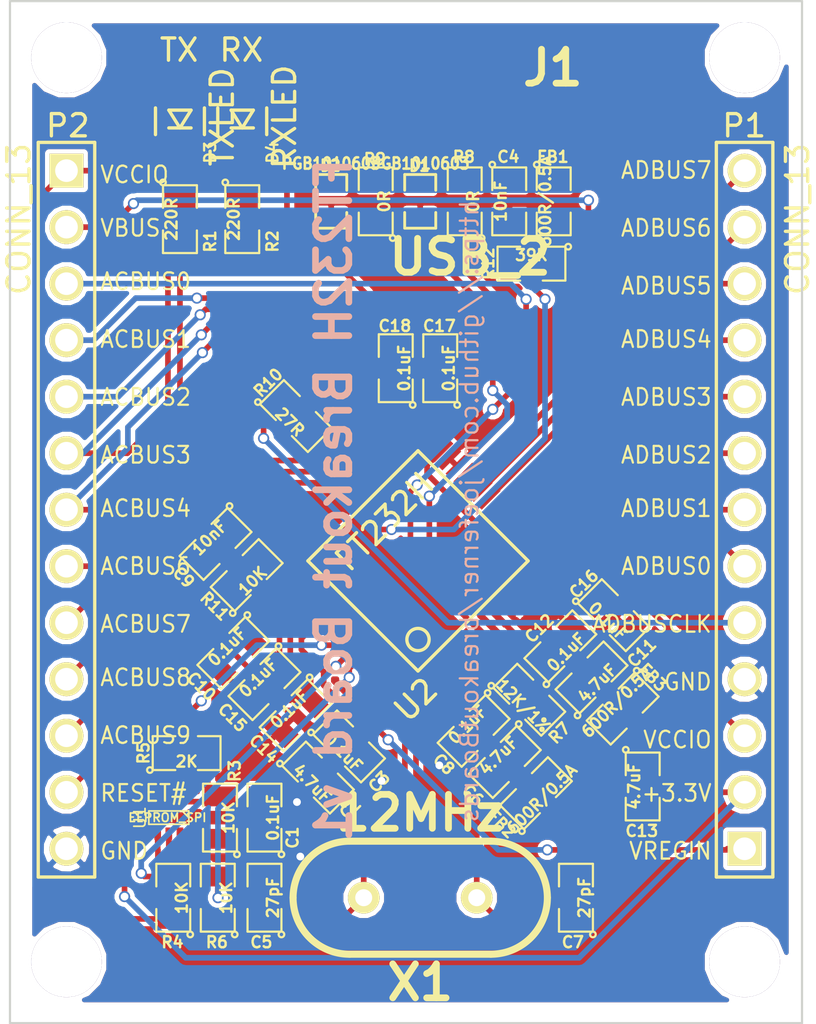
<source format=kicad_pcb>
(kicad_pcb (version 3) (host pcbnew "(2013-mar-13)-testing")
  (layers (15 F.Cu signal) (0 B.Cu signal) (18 B.Paste user) (19 F.Paste user) (20 B.SilkS user) (21 F.SilkS user) (22 B.Mask user) (23 F.Mask user) (28 Edge.Cuts user))
  (net 0 "")
  (net 1 +3.3V)
  (net 2 /ACBUS0)
  (net 3 /ACBUS1)
  (net 4 /ACBUS2)
  (net 5 /ACBUS6)
  (net 6 /ACBUS7)
  (net 7 /ACBUS8)
  (net 8 /ACBUS9)
  (net 9 /ADBUS0)
  (net 10 /ADBUS1)
  (net 11 /ADBUS2)
  (net 12 /ADBUS3)
  (net 13 /ADBUS4)
  (net 14 /ADBUS5)
  (net 15 /ADBUS6)
  (net 16 /ADBUS7)
  (net 17 /ADBUSCLK)
  (net 18 /RESET#)
  (net 19 /RXLED#)
  (net 20 /TXLED#)
  (net 21 /USBDM)
  (net 22 /USBDP)
  (net 23 GND)
  (net 24 N-000001)
  (net 25 N-0000010)
  (net 26 N-0000031)
  (net 27 N-0000037)
  (net 28 N-0000038)
  (net 29 N-0000039)
  (net 30 N-000004)
  (net 31 N-0000040)
  (net 32 N-0000041)
  (net 33 N-0000042)
  (net 34 N-0000043)
  (net 35 N-000005)
  (net 36 N-000008)
  (net 37 N-000009)
  (net 38 VBUS)
  (net 39 VCCIO)
  (net 40 VCORE)
  (net 41 VPHY)
  (net 42 VPLL)
  (net 43 VREGIN)
  (module USBMICRO (layer F.Cu) (at 117.78 103.048 180)
    (fp_text reference J1 (at -6.62 0.048 180) (layer F.SilkS) (effects (font (thickness 0.3048))))
    (fp_text value USB_2 (at -2.90068 -8.45058 180) (layer F.SilkS) (effects (font (thickness 0.3048))))
    (pad "" smd rect (at 3.2004 -2.3495 180) (size 1.6002 1.39954) (layers F.Cu F.Paste F.Mask))
    (pad "" smd rect (at 4.0005 0 180) (size 1.80086 1.89992) (layers F.Cu F.Paste F.Mask))
    (pad "" smd rect (at -4.0005 0 180) (size 1.80086 1.89992) (layers F.Cu F.Paste F.Mask))
    (pad "" smd rect (at 1.19888 0 180) (size 1.89992 1.89992) (layers F.Cu F.Paste F.Mask))
    (pad "" smd rect (at -1.19888 0 180) (size 1.89992 1.89992) (layers F.Cu F.Paste F.Mask))
    (pad "" smd rect (at -3.2004 -2.3495 180) (size 1.6002 1.39954) (layers F.Cu F.Paste F.Mask))
    (pad 1 smd rect (at -1.30048 -2.67462 180) (size 0.39878 1.34874) (layers F.Cu F.Paste F.Mask) (net 36 N-000008) (clearance 0.2032))
    (pad 2 smd rect (at -0.65024 -2.67462 180) (size 0.39878 1.34874) (layers F.Cu F.Paste F.Mask) (net 37 N-000009) (clearance 0.2032))
    (pad 3 smd rect (at 0 -2.67462 180) (size 0.39878 1.34874) (layers F.Cu F.Paste F.Mask) (net 25 N-0000010) (clearance 0.2032))
    (pad 4 smd rect (at 0.65024 -2.67462 180) (size 0.39878 1.34874) (layers F.Cu F.Paste F.Mask) (clearance 0.2032))
    (pad 5 smd rect (at 1.30048 -2.67462 180) (size 0.39878 1.34874) (layers F.Cu F.Paste F.Mask) (net 23 GND) (clearance 0.2032))
  )
  (module SOT363 (layer F.Cu) (at 107.14 136.7 180)
    (fp_text reference U1 (at 1.30048 0 270) (layer F.SilkS) (effects (font (size 0.508 0.508) (thickness 0.0762))))
    (fp_text value EEPROM_SPI (at 0.0635 0 180) (layer F.SilkS) (effects (font (size 0.381 0.381) (thickness 0.0762))))
    (pad 6 smd rect (at -0.50038 -0.71882 180) (size 0.29972 0.55118) (layers F.Cu F.Paste F.Mask) (net 39 VCCIO))
    (pad 5 smd rect (at 0 -0.71882 180) (size 0.29972 0.55118) (layers F.Cu F.Paste F.Mask) (net 31 N-0000040))
    (pad 4 smd rect (at 0.50038 -0.71882 180) (size 0.29972 0.55118) (layers F.Cu F.Paste F.Mask) (net 32 N-0000041))
    (pad 3 smd rect (at 0.50038 0.71882 180) (size 0.29972 0.55118) (layers F.Cu F.Paste F.Mask) (net 33 N-0000042))
    (pad 2 smd rect (at 0 0.71882 180) (size 0.29972 0.55118) (layers F.Cu F.Paste F.Mask) (net 23 GND))
    (pad 1 smd rect (at -0.50038 0.71882 180) (size 0.29972 0.55118) (layers F.Cu F.Paste F.Mask) (net 34 N-0000043))
  )
  (module SM0805 (layer F.Cu) (at 124.74 129 45)
    (fp_text reference C12 (at -0.098995 -1.230366 45) (layer F.SilkS) (effects (font (size 0.50038 0.50038) (thickness 0.10922))))
    (fp_text value 0.1uF (at 0 0.381 45) (layer F.SilkS) (effects (font (size 0.50038 0.50038) (thickness 0.10922))))
    (pad 1 smd rect (at -0.9525 0 45) (size 0.889 1.397) (layers F.Cu F.Paste F.Mask) (net 42 VPLL))
    (pad 2 smd rect (at 0.9525 0 45) (size 0.889 1.397) (layers F.Cu F.Paste F.Mask) (net 23 GND))
  )
  (module SM0805 (layer F.Cu) (at 128.44 135.3 270)
    (fp_text reference C13 (at 2 0.04 360) (layer F.SilkS) (effects (font (size 0.50038 0.50038) (thickness 0.10922))))
    (fp_text value 4.7uF (at 0 0.381 270) (layer F.SilkS) (effects (font (size 0.50038 0.50038) (thickness 0.10922))))
    (pad 1 smd rect (at -0.9525 0 270) (size 0.889 1.397) (layers F.Cu F.Paste F.Mask) (net 1 +3.3V))
    (pad 2 smd rect (at 0.9525 0 270) (size 0.889 1.397) (layers F.Cu F.Paste F.Mask) (net 23 GND))
  )
  (module SM0805 (layer F.Cu) (at 112.84 132.1 225)
    (fp_text reference C14 (at 2.078894 -0.042426 315) (layer F.SilkS) (effects (font (size 0.50038 0.50038) (thickness 0.10922))))
    (fp_text value 0.1uF (at 0 0.381 225) (layer F.SilkS) (effects (font (size 0.50038 0.50038) (thickness 0.10922))))
    (pad 1 smd rect (at -0.9525 0 225) (size 0.889 1.397) (layers F.Cu F.Paste F.Mask) (net 1 +3.3V))
    (pad 2 smd rect (at 0.9525 0 225) (size 0.889 1.397) (layers F.Cu F.Paste F.Mask) (net 23 GND))
  )
  (module SM0805 (layer F.Cu) (at 111.44 130.7 225)
    (fp_text reference C15 (at 2.078894 -0.042426 315) (layer F.SilkS) (effects (font (size 0.50038 0.50038) (thickness 0.10922))))
    (fp_text value 0.1uF (at 0 0.381 225) (layer F.SilkS) (effects (font (size 0.50038 0.50038) (thickness 0.10922))))
    (pad 1 smd rect (at -0.9525 0 225) (size 0.889 1.397) (layers F.Cu F.Paste F.Mask) (net 40 VCORE))
    (pad 2 smd rect (at 0.9525 0 225) (size 0.889 1.397) (layers F.Cu F.Paste F.Mask) (net 23 GND))
  )
  (module SM0805 (layer F.Cu) (at 127.14 127.6 315)
    (fp_text reference C16 (at -1.937473 -0.042426 405) (layer F.SilkS) (effects (font (size 0.50038 0.50038) (thickness 0.10922))))
    (fp_text value 0.1uF (at 0 0.381 315) (layer F.SilkS) (effects (font (size 0.50038 0.50038) (thickness 0.10922))))
    (pad 1 smd rect (at -0.9525 0 315) (size 0.889 1.397) (layers F.Cu F.Paste F.Mask) (net 39 VCCIO))
    (pad 2 smd rect (at 0.9525 0 315) (size 0.889 1.397) (layers F.Cu F.Paste F.Mask) (net 23 GND))
  )
  (module SM0805 (layer F.Cu) (at 119.34 116.5 90)
    (fp_text reference C17 (at 1.9 -0.04 180) (layer F.SilkS) (effects (font (size 0.50038 0.50038) (thickness 0.10922))))
    (fp_text value 0.1uF (at 0 0.381 90) (layer F.SilkS) (effects (font (size 0.50038 0.50038) (thickness 0.10922))))
    (pad 1 smd rect (at -0.9525 0 90) (size 0.889 1.397) (layers F.Cu F.Paste F.Mask) (net 39 VCCIO))
    (pad 2 smd rect (at 0.9525 0 90) (size 0.889 1.397) (layers F.Cu F.Paste F.Mask) (net 23 GND))
  )
  (module SM0805 (layer F.Cu) (at 117.34 116.5 90)
    (fp_text reference C18 (at 1.9 -0.04 180) (layer F.SilkS) (effects (font (size 0.50038 0.50038) (thickness 0.10922))))
    (fp_text value 0.1uF (at 0 0.381 90) (layer F.SilkS) (effects (font (size 0.50038 0.50038) (thickness 0.10922))))
    (pad 1 smd rect (at -0.9525 0 90) (size 0.889 1.397) (layers F.Cu F.Paste F.Mask) (net 39 VCCIO))
    (pad 2 smd rect (at 0.9525 0 90) (size 0.889 1.397) (layers F.Cu F.Paste F.Mask) (net 23 GND))
  )
  (module SM0805 (layer F.Cu) (at 123.34 131.4 315)
    (fp_text reference R7 (at 2.022325 0.098995 405) (layer F.SilkS) (effects (font (size 0.50038 0.50038) (thickness 0.10922))))
    (fp_text value 12K/1% (at 0 0.381 315) (layer F.SilkS) (effects (font (size 0.50038 0.50038) (thickness 0.10922))))
    (pad 1 smd rect (at -0.9525 0 315) (size 0.889 1.397) (layers F.Cu F.Paste F.Mask) (net 26 N-0000031))
    (pad 2 smd rect (at 0.9525 0 315) (size 0.889 1.397) (layers F.Cu F.Paste F.Mask) (net 23 GND))
  )
  (module SM0805 (layer F.Cu) (at 120.44 109 90)
    (fp_text reference R8 (at 2 -0.04 180) (layer F.SilkS) (effects (font (size 0.50038 0.50038) (thickness 0.10922))))
    (fp_text value 0R (at 0 0.381 90) (layer F.SilkS) (effects (font (size 0.50038 0.50038) (thickness 0.10922))))
    (pad 1 smd rect (at -0.9525 0 90) (size 0.889 1.397) (layers F.Cu F.Paste F.Mask) (net 21 /USBDM))
    (pad 2 smd rect (at 0.9525 0 90) (size 0.889 1.397) (layers F.Cu F.Paste F.Mask) (net 37 N-000009))
  )
  (module SM0805 (layer F.Cu) (at 116.44 109 90)
    (fp_text reference R9 (at 1.9 -0.04 180) (layer F.SilkS) (effects (font (size 0.50038 0.50038) (thickness 0.10922))))
    (fp_text value 0R (at 0 0.381 90) (layer F.SilkS) (effects (font (size 0.50038 0.50038) (thickness 0.10922))))
    (pad 1 smd rect (at -0.9525 0 90) (size 0.889 1.397) (layers F.Cu F.Paste F.Mask) (net 22 /USBDP))
    (pad 2 smd rect (at 0.9525 0 90) (size 0.889 1.397) (layers F.Cu F.Paste F.Mask) (net 25 N-0000010))
  )
  (module SM0805 (layer F.Cu) (at 109.34 140.3 90)
    (fp_text reference R6 (at -2 -0.04 180) (layer F.SilkS) (effects (font (size 0.50038 0.50038) (thickness 0.10922))))
    (fp_text value 10K (at 0 0.381 90) (layer F.SilkS) (effects (font (size 0.50038 0.50038) (thickness 0.10922))))
    (pad 1 smd rect (at -0.9525 0 90) (size 0.889 1.397) (layers F.Cu F.Paste F.Mask) (net 39 VCCIO))
    (pad 2 smd rect (at 0.9525 0 90) (size 0.889 1.397) (layers F.Cu F.Paste F.Mask) (net 31 N-0000040))
  )
  (module SM0805 (layer F.Cu) (at 107.34 140.3 90)
    (fp_text reference R4 (at -2 -0.04 180) (layer F.SilkS) (effects (font (size 0.50038 0.50038) (thickness 0.10922))))
    (fp_text value 10K (at 0 0.381 90) (layer F.SilkS) (effects (font (size 0.50038 0.50038) (thickness 0.10922))))
    (pad 1 smd rect (at -0.9525 0 90) (size 0.889 1.397) (layers F.Cu F.Paste F.Mask) (net 39 VCCIO))
    (pad 2 smd rect (at 0.9525 0 90) (size 0.889 1.397) (layers F.Cu F.Paste F.Mask) (net 32 N-0000041))
  )
  (module SM0805 (layer F.Cu) (at 109.44 136.7 90)
    (fp_text reference R3 (at 2.1 0.66 270) (layer F.SilkS) (effects (font (size 0.50038 0.50038) (thickness 0.10922))))
    (fp_text value 10K (at 0 0.381 90) (layer F.SilkS) (effects (font (size 0.50038 0.50038) (thickness 0.10922))))
    (pad 1 smd rect (at -0.9525 0 90) (size 0.889 1.397) (layers F.Cu F.Paste F.Mask) (net 39 VCCIO))
    (pad 2 smd rect (at 0.9525 0 90) (size 0.889 1.397) (layers F.Cu F.Paste F.Mask) (net 34 N-0000043))
  )
  (module SM0805 (layer F.Cu) (at 107.94 133.8)
    (fp_text reference R5 (at -1.94 0 90) (layer F.SilkS) (effects (font (size 0.50038 0.50038) (thickness 0.10922))))
    (fp_text value 2K (at 0 0.381) (layer F.SilkS) (effects (font (size 0.50038 0.50038) (thickness 0.10922))))
    (pad 1 smd rect (at -0.9525 0) (size 0.889 1.397) (layers F.Cu F.Paste F.Mask) (net 33 N-0000042))
    (pad 2 smd rect (at 0.9525 0) (size 0.889 1.397) (layers F.Cu F.Paste F.Mask) (net 34 N-0000043))
  )
  (module SM0805 (layer F.Cu) (at 107.64 109.8 270)
    (fp_text reference R1 (at 1 -1.36 450) (layer F.SilkS) (effects (font (size 0.50038 0.50038) (thickness 0.10922))))
    (fp_text value 220R (at 0 0.381 270) (layer F.SilkS) (effects (font (size 0.50038 0.50038) (thickness 0.10922))))
    (pad 1 smd rect (at -0.9525 0 270) (size 0.889 1.397) (layers F.Cu F.Paste F.Mask) (net 35 N-000005))
    (pad 2 smd rect (at 0.9525 0 270) (size 0.889 1.397) (layers F.Cu F.Paste F.Mask) (net 20 /TXLED#))
  )
  (module SM0805 (layer F.Cu) (at 110.44 109.8 270)
    (fp_text reference R2 (at 1 -1.36 450) (layer F.SilkS) (effects (font (size 0.50038 0.50038) (thickness 0.10922))))
    (fp_text value 220R (at 0 0.381 270) (layer F.SilkS) (effects (font (size 0.50038 0.50038) (thickness 0.10922))))
    (pad 1 smd rect (at -0.9525 0 270) (size 0.889 1.397) (layers F.Cu F.Paste F.Mask) (net 30 N-000004))
    (pad 2 smd rect (at 0.9525 0 270) (size 0.889 1.397) (layers F.Cu F.Paste F.Mask) (net 19 /RXLED#))
  )
  (module SM0805 (layer F.Cu) (at 110.64 125.8 45)
    (fp_text reference R11 (at -2.008183 -0.028284 135) (layer F.SilkS) (effects (font (size 0.50038 0.50038) (thickness 0.10922))))
    (fp_text value 10K (at 0 0.381 45) (layer F.SilkS) (effects (font (size 0.50038 0.50038) (thickness 0.10922))))
    (pad 1 smd rect (at -0.9525 0 45) (size 0.889 1.397) (layers F.Cu F.Paste F.Mask) (net 1 +3.3V))
    (pad 2 smd rect (at 0.9525 0 45) (size 0.889 1.397) (layers F.Cu F.Paste F.Mask) (net 18 /RESET#))
  )
  (module SM0805 (layer F.Cu) (at 123.44 111.8 180)
    (fp_text reference R12 (at 1.94 0 270) (layer F.SilkS) (effects (font (size 0.50038 0.50038) (thickness 0.10922))))
    (fp_text value 39K (at 0 0.381 180) (layer F.SilkS) (effects (font (size 0.50038 0.50038) (thickness 0.10922))))
    (pad 1 smd rect (at -0.9525 0 180) (size 0.889 1.397) (layers F.Cu F.Paste F.Mask) (net 38 VBUS))
    (pad 2 smd rect (at 0.9525 0 180) (size 0.889 1.397) (layers F.Cu F.Paste F.Mask) (net 6 /ACBUS7))
  )
  (module SM0805 (layer F.Cu) (at 112.85 118.65 315)
    (fp_text reference R10 (at -1.937473 -0.183848 405) (layer F.SilkS) (effects (font (size 0.50038 0.50038) (thickness 0.10922))))
    (fp_text value 27R (at 0 0.381 315) (layer F.SilkS) (effects (font (size 0.50038 0.50038) (thickness 0.10922))))
    (pad 1 smd rect (at -0.9525 0 315) (size 0.889 1.397) (layers F.Cu F.Paste F.Mask) (net 17 /ADBUSCLK))
    (pad 2 smd rect (at 0.9525 0 315) (size 0.889 1.397) (layers F.Cu F.Paste F.Mask) (net 24 N-000001))
  )
  (module SM0805 (layer F.Cu) (at 126.14 130.4 45)
    (fp_text reference C11 (at 2.375879 0.820244 45) (layer F.SilkS) (effects (font (size 0.50038 0.50038) (thickness 0.10922))))
    (fp_text value 4.7uF (at 0 0.381 45) (layer F.SilkS) (effects (font (size 0.50038 0.50038) (thickness 0.10922))))
    (pad 1 smd rect (at -0.9525 0 45) (size 0.889 1.397) (layers F.Cu F.Paste F.Mask) (net 42 VPLL))
    (pad 2 smd rect (at 0.9525 0 45) (size 0.889 1.397) (layers F.Cu F.Paste F.Mask) (net 23 GND))
  )
  (module SM0805 (layer F.Cu) (at 110.04 129.3 225)
    (fp_text reference C10 (at 2.078894 -0.042426 315) (layer F.SilkS) (effects (font (size 0.50038 0.50038) (thickness 0.10922))))
    (fp_text value 0.1uF (at 0 0.381 225) (layer F.SilkS) (effects (font (size 0.50038 0.50038) (thickness 0.10922))))
    (pad 1 smd rect (at -0.9525 0 225) (size 0.889 1.397) (layers F.Cu F.Paste F.Mask) (net 27 N-0000037))
    (pad 2 smd rect (at 0.9525 0 225) (size 0.889 1.397) (layers F.Cu F.Paste F.Mask) (net 23 GND))
  )
  (module SM0805 (layer F.Cu) (at 109.24 124.4 225)
    (fp_text reference C9 (at 2.078894 -0.042426 495) (layer F.SilkS) (effects (font (size 0.50038 0.50038) (thickness 0.10922))))
    (fp_text value 10nF (at 0 0.381 225) (layer F.SilkS) (effects (font (size 0.50038 0.50038) (thickness 0.10922))))
    (pad 1 smd rect (at -0.9525 0 225) (size 0.889 1.397) (layers F.Cu F.Paste F.Mask) (net 18 /RESET#))
    (pad 2 smd rect (at 0.9525 0 225) (size 0.889 1.397) (layers F.Cu F.Paste F.Mask) (net 23 GND))
  )
  (module SM0805 (layer F.Cu) (at 125.44 140.3 90)
    (fp_text reference C7 (at -2 -0.14 180) (layer F.SilkS) (effects (font (size 0.50038 0.50038) (thickness 0.10922))))
    (fp_text value 27pF (at 0 0.381 90) (layer F.SilkS) (effects (font (size 0.50038 0.50038) (thickness 0.10922))))
    (pad 1 smd rect (at -0.9525 0 90) (size 0.889 1.397) (layers F.Cu F.Paste F.Mask) (net 29 N-0000039))
    (pad 2 smd rect (at 0.9525 0 90) (size 0.889 1.397) (layers F.Cu F.Paste F.Mask) (net 23 GND))
  )
  (module SM0805 (layer F.Cu) (at 111.44 140.3 90)
    (fp_text reference C5 (at -2 -0.14 180) (layer F.SilkS) (effects (font (size 0.50038 0.50038) (thickness 0.10922))))
    (fp_text value 27pF (at 0 0.381 90) (layer F.SilkS) (effects (font (size 0.50038 0.50038) (thickness 0.10922))))
    (pad 1 smd rect (at -0.9525 0 90) (size 0.889 1.397) (layers F.Cu F.Paste F.Mask) (net 28 N-0000038))
    (pad 2 smd rect (at 0.9525 0 90) (size 0.889 1.397) (layers F.Cu F.Paste F.Mask) (net 23 GND))
  )
  (module SM0805 (layer F.Cu) (at 111.44 136.7 90)
    (fp_text reference C1 (at -0.9 1.26 90) (layer F.SilkS) (effects (font (size 0.50038 0.50038) (thickness 0.10922))))
    (fp_text value 0.1uF (at 0 0.381 90) (layer F.SilkS) (effects (font (size 0.50038 0.50038) (thickness 0.10922))))
    (pad 1 smd rect (at -0.9525 0 90) (size 0.889 1.397) (layers F.Cu F.Paste F.Mask) (net 39 VCCIO))
    (pad 2 smd rect (at 0.9525 0 90) (size 0.889 1.397) (layers F.Cu F.Paste F.Mask) (net 23 GND))
  )
  (module SM0805 (layer F.Cu) (at 122.44 109 270)
    (fp_text reference C4 (at -2 0.04 360) (layer F.SilkS) (effects (font (size 0.50038 0.50038) (thickness 0.10922))))
    (fp_text value 10nF (at 0 0.381 270) (layer F.SilkS) (effects (font (size 0.50038 0.50038) (thickness 0.10922))))
    (pad 1 smd rect (at -0.9525 0 270) (size 0.889 1.397) (layers F.Cu F.Paste F.Mask) (net 36 N-000008))
    (pad 2 smd rect (at 0.9525 0 270) (size 0.889 1.397) (layers F.Cu F.Paste F.Mask) (net 23 GND))
  )
  (module SM0805 (layer F.Cu) (at 115.24 133.5 315)
    (fp_text reference C3 (at 2.093036 0.169706 405) (layer F.SilkS) (effects (font (size 0.50038 0.50038) (thickness 0.10922))))
    (fp_text value 0.1uF (at 0 0.381 315) (layer F.SilkS) (effects (font (size 0.50038 0.50038) (thickness 0.10922))))
    (pad 1 smd rect (at -0.9525 0 315) (size 0.889 1.397) (layers F.Cu F.Paste F.Mask) (net 43 VREGIN))
    (pad 2 smd rect (at 0.9525 0 315) (size 0.889 1.397) (layers F.Cu F.Paste F.Mask) (net 23 GND))
  )
  (module SM0805 (layer F.Cu) (at 120.84 132.8 225)
    (fp_text reference C8 (at 2.008183 -0.113137 315) (layer F.SilkS) (effects (font (size 0.50038 0.50038) (thickness 0.10922))))
    (fp_text value 0.1uF (at 0 0.381 225) (layer F.SilkS) (effects (font (size 0.50038 0.50038) (thickness 0.10922))))
    (pad 1 smd rect (at -0.9525 0 225) (size 0.889 1.397) (layers F.Cu F.Paste F.Mask) (net 41 VPHY))
    (pad 2 smd rect (at 0.9525 0 225) (size 0.889 1.397) (layers F.Cu F.Paste F.Mask) (net 23 GND))
  )
  (module SM0805 (layer F.Cu) (at 122.24 134.2 225)
    (fp_text reference C6 (at 2.078894 -0.042426 315) (layer F.SilkS) (effects (font (size 0.50038 0.50038) (thickness 0.10922))))
    (fp_text value 4.7uF (at 0 0.381 225) (layer F.SilkS) (effects (font (size 0.50038 0.50038) (thickness 0.10922))))
    (pad 1 smd rect (at -0.9525 0 225) (size 0.889 1.397) (layers F.Cu F.Paste F.Mask) (net 41 VPHY))
    (pad 2 smd rect (at 0.9525 0 225) (size 0.889 1.397) (layers F.Cu F.Paste F.Mask) (net 23 GND))
  )
  (module SM0805 (layer F.Cu) (at 113.84 134.9 315)
    (fp_text reference C2 (at 2.022325 -0.042426 405) (layer F.SilkS) (effects (font (size 0.50038 0.50038) (thickness 0.10922))))
    (fp_text value 4.7uF (at 0 0.381 315) (layer F.SilkS) (effects (font (size 0.50038 0.50038) (thickness 0.10922))))
    (pad 1 smd rect (at -0.9525 0 315) (size 0.889 1.397) (layers F.Cu F.Paste F.Mask) (net 43 VREGIN))
    (pad 2 smd rect (at 0.9525 0 315) (size 0.889 1.397) (layers F.Cu F.Paste F.Mask) (net 23 GND))
  )
  (module QFP48 (layer F.Cu) (at 118.34 125.16 45)
    (fp_text reference U2 (at -4.483057 4.341636 45) (layer F.SilkS))
    (fp_text value FT232H (at 0.183848 -2.305168 45) (layer F.SilkS))
    (pad 1 smd rect (at -2.75 4.25 45) (size 0.3 1.2) (layers F.Cu F.Paste F.Mask) (net 28 N-0000038))
    (pad 2 smd rect (at -2.25 4.25 45) (size 0.3 1.2) (layers F.Cu F.Paste F.Mask) (net 29 N-0000039))
    (pad 3 smd rect (at -1.75 4.25 45) (size 0.3 1.2) (layers F.Cu F.Paste F.Mask) (net 41 VPHY))
    (pad 4 smd rect (at -1.25 4.25 45) (size 0.3 1.2) (layers F.Cu F.Paste F.Mask) (net 23 GND))
    (pad 5 smd rect (at -0.75 4.25 45) (size 0.3 1.2) (layers F.Cu F.Paste F.Mask) (net 26 N-0000031))
    (pad 6 smd rect (at -0.25 4.25 45) (size 0.3 1.2) (layers F.Cu F.Paste F.Mask) (net 21 /USBDM))
    (pad 7 smd rect (at 0.25 4.25 45) (size 0.3 1.2) (layers F.Cu F.Paste F.Mask) (net 22 /USBDP))
    (pad 8 smd rect (at 0.75 4.25 45) (size 0.3 1.2) (layers F.Cu F.Paste F.Mask) (net 42 VPLL))
    (pad 9 smd rect (at 1.25 4.25 45) (size 0.3 1.2) (layers F.Cu F.Paste F.Mask) (net 23 GND))
    (pad 10 smd rect (at 1.75 4.25 45) (size 0.3 1.2) (layers F.Cu F.Paste F.Mask) (net 23 GND))
    (pad 11 smd rect (at 2.25 4.25 45) (size 0.3 1.2) (layers F.Cu F.Paste F.Mask) (net 23 GND))
    (pad 12 smd rect (at 2.75 4.25 45) (size 0.3 1.2) (layers F.Cu F.Paste F.Mask) (net 39 VCCIO))
    (pad 13 smd rect (at 4.25 2.75 45) (size 1.2 0.3) (layers F.Cu F.Paste F.Mask) (net 9 /ADBUS0))
    (pad 14 smd rect (at 4.25 2.25 45) (size 1.2 0.3) (layers F.Cu F.Paste F.Mask) (net 10 /ADBUS1))
    (pad 15 smd rect (at 4.25 1.75 45) (size 1.2 0.3) (layers F.Cu F.Paste F.Mask) (net 11 /ADBUS2))
    (pad 16 smd rect (at 4.25 1.25 45) (size 1.2 0.3) (layers F.Cu F.Paste F.Mask) (net 12 /ADBUS3))
    (pad 17 smd rect (at 4.25 0.75 45) (size 1.2 0.3) (layers F.Cu F.Paste F.Mask) (net 13 /ADBUS4))
    (pad 18 smd rect (at 4.25 0.25 45) (size 1.2 0.3) (layers F.Cu F.Paste F.Mask) (net 14 /ADBUS5))
    (pad 19 smd rect (at 4.25 -0.25 45) (size 1.2 0.3) (layers F.Cu F.Paste F.Mask) (net 15 /ADBUS6))
    (pad 20 smd rect (at 4.25 -0.75 45) (size 1.2 0.3) (layers F.Cu F.Paste F.Mask) (net 16 /ADBUS7))
    (pad 21 smd rect (at 4.25 -1.25 45) (size 1.2 0.3) (layers F.Cu F.Paste F.Mask) (net 2 /ACBUS0))
    (pad 22 smd rect (at 4.25 -1.75 45) (size 1.2 0.3) (layers F.Cu F.Paste F.Mask) (net 23 GND))
    (pad 23 smd rect (at 4.25 -2.25 45) (size 1.2 0.3) (layers F.Cu F.Paste F.Mask) (net 23 GND))
    (pad 24 smd rect (at 4.25 -2.75 45) (size 1.2 0.3) (layers F.Cu F.Paste F.Mask) (net 39 VCCIO))
    (pad 25 smd rect (at 2.75 -4.25 45) (size 0.3 1.2) (layers F.Cu F.Paste F.Mask) (net 3 /ACBUS1))
    (pad 26 smd rect (at 2.25 -4.25 45) (size 0.3 1.2) (layers F.Cu F.Paste F.Mask) (net 4 /ACBUS2))
    (pad 27 smd rect (at 1.75 -4.25 45) (size 0.3 1.2) (layers F.Cu F.Paste F.Mask) (net 19 /RXLED#))
    (pad 28 smd rect (at 1.25 -4.25 45) (size 0.3 1.2) (layers F.Cu F.Paste F.Mask) (net 20 /TXLED#))
    (pad 29 smd rect (at 0.75 -4.25 45) (size 0.3 1.2) (layers F.Cu F.Paste F.Mask) (net 24 N-000001))
    (pad 30 smd rect (at 0.25 -4.25 45) (size 0.3 1.2) (layers F.Cu F.Paste F.Mask) (net 5 /ACBUS6))
    (pad 31 smd rect (at -0.25 -4.25 45) (size 0.3 1.2) (layers F.Cu F.Paste F.Mask) (net 6 /ACBUS7))
    (pad 32 smd rect (at -0.75 -4.25 45) (size 0.3 1.2) (layers F.Cu F.Paste F.Mask) (net 7 /ACBUS8))
    (pad 33 smd rect (at -1.25 -4.25 45) (size 0.3 1.2) (layers F.Cu F.Paste F.Mask) (net 8 /ACBUS9))
    (pad 34 smd rect (at -1.75 -4.25 45) (size 0.3 1.2) (layers F.Cu F.Paste F.Mask) (net 18 /RESET#))
    (pad 35 smd rect (at -2.25 -4.25 45) (size 0.3 1.2) (layers F.Cu F.Paste F.Mask) (net 23 GND))
    (pad 36 smd rect (at -2.75 -4.25 45) (size 0.3 1.2) (layers F.Cu F.Paste F.Mask) (net 23 GND))
    (pad 37 smd rect (at -4.25 -2.75 45) (size 1.2 0.3) (layers F.Cu F.Paste F.Mask) (net 27 N-0000037))
    (pad 38 smd rect (at -4.25 -2.25 45) (size 1.2 0.3) (layers F.Cu F.Paste F.Mask) (net 40 VCORE))
    (pad 39 smd rect (at -4.25 -1.75 45) (size 1.2 0.3) (layers F.Cu F.Paste F.Mask) (net 1 +3.3V))
    (pad 40 smd rect (at -4.25 -1.25 45) (size 1.2 0.3) (layers F.Cu F.Paste F.Mask) (net 43 VREGIN))
    (pad 41 smd rect (at -4.25 -0.75 45) (size 1.2 0.3) (layers F.Cu F.Paste F.Mask) (net 23 GND))
    (pad 42 smd rect (at -4.25 -0.25 45) (size 1.2 0.3) (layers F.Cu F.Paste F.Mask) (net 23 GND))
    (pad 43 smd rect (at -4.25 0.25 45) (size 1.2 0.3) (layers F.Cu F.Paste F.Mask) (net 33 N-0000042))
    (pad 44 smd rect (at -4.25 0.75 45) (size 1.2 0.3) (layers F.Cu F.Paste F.Mask) (net 32 N-0000041))
    (pad 45 smd rect (at -4.25 1.25 45) (size 1.2 0.3) (layers F.Cu F.Paste F.Mask) (net 31 N-0000040))
    (pad 46 smd rect (at -4.25 1.75 45) (size 1.2 0.3) (layers F.Cu F.Paste F.Mask))
    (pad 47 smd rect (at -4.25 2.25 45) (size 1.2 0.3) (layers F.Cu F.Paste F.Mask) (net 23 GND))
    (pad 48 smd rect (at -4.25 2.75 45) (size 1.2 0.3) (layers F.Cu F.Paste F.Mask) (net 23 GND))
  )
  (module MOUNTING_HOLE_0.125in (layer F.Cu) (at 133.02 102.54)
    (fp_text reference M4 hide)
    (fp_text value "Mounting Hole (0.125\")" hide)
    (pad 1 thru_hole circle (at 0 0) (size 3.175 3.175) (drill 3.175) (layers *.Cu *.Mask))
  )
  (module MOUNTING_HOLE_0.125in (layer F.Cu) (at 102.54 143.18)
    (fp_text reference M3 hide)
    (fp_text value "Mounting Hole (0.125\")" hide)
    (pad 1 thru_hole circle (at 0 0) (size 3.175 3.175) (drill 3.175) (layers *.Cu *.Mask))
  )
  (module MOUNTING_HOLE_0.125in (layer F.Cu) (at 102.54 102.54)
    (fp_text reference M2 hide)
    (fp_text value "Mounting Hole (0.125\")" hide)
    (pad 1 thru_hole circle (at 0 0) (size 3.175 3.175) (drill 3.175) (layers *.Cu *.Mask))
  )
  (module MOUNTING_HOLE_0.125in (layer F.Cu) (at 133.02 143.18)
    (fp_text reference M1 hide)
    (fp_text value "Mounting Hole (0.125\")" hide)
    (pad 1 thru_hole circle (at 0 0) (size 3.175 3.175) (drill 3.175) (layers *.Cu *.Mask))
  )
  (module LED-1206 (layer F.Cu) (at 110.44 105.4 270)
    (fp_text reference D4 (at 1.4 -1.36 270) (layer F.SilkS) (effects (font (size 0.5 0.5) (thickness 0.1))))
    (fp_text value RXLED (at -0.2 -1.9 270) (layer F.SilkS))
    (pad 2 smd rect (at 1.525 0 270) (size 1.02 1.52) (layers F.Cu F.Paste F.Mask) (net 30 N-000004))
    (pad 1 smd rect (at -1.525 0 270) (size 1.02 1.52) (layers F.Cu F.Paste F.Mask) (net 39 VCCIO))
  )
  (module LED-1206 (layer F.Cu) (at 107.64 105.4 270)
    (fp_text reference D3 (at 1.4 -1.36 270) (layer F.SilkS) (effects (font (size 0.5 0.5) (thickness 0.1))))
    (fp_text value TXLED (at -0.2 -1.9 270) (layer F.SilkS))
    (pad 2 smd rect (at 1.525 0 270) (size 1.02 1.52) (layers F.Cu F.Paste F.Mask) (net 35 N-000005))
    (pad 1 smd rect (at -1.525 0 270) (size 1.02 1.52) (layers F.Cu F.Paste F.Mask) (net 39 VCCIO))
  )
  (module HC-49V (layer F.Cu) (at 118.44 140.3 180)
    (fp_text reference X1 (at 0 -3.81 180) (layer F.SilkS) (effects (font (thickness 0.3048))))
    (fp_text value 12MHz (at 0 3.81 180) (layer F.SilkS) (effects (font (thickness 0.3048))))
    (pad 1 thru_hole circle (at -2.54 0 180) (size 1.4224 1.4224) (drill 0.762) (layers *.Cu *.Mask F.SilkS) (net 29 N-0000039))
    (pad 2 thru_hole circle (at 2.54 0 180) (size 1.4224 1.4224) (drill 0.762) (layers *.Cu *.Mask F.SilkS) (net 28 N-0000038))
  )
  (module SM0805 (layer F.Cu) (at 124.44 109 270)
    (fp_text reference FB1 (at -2 0.04 360) (layer F.SilkS) (effects (font (size 0.50038 0.50038) (thickness 0.10922))))
    (fp_text value 600R/0.5A (at 0 0.381 270) (layer F.SilkS) (effects (font (size 0.50038 0.50038) (thickness 0.10922))))
    (pad 1 smd rect (at -0.9525 0 270) (size 0.889 1.397) (layers F.Cu F.Paste F.Mask) (net 36 N-000008))
    (pad 2 smd rect (at 0.9525 0 270) (size 0.889 1.397) (layers F.Cu F.Paste F.Mask) (net 38 VBUS))
  )
  (module SM0805 (layer F.Cu) (at 123.64 135.6 45)
    (fp_text reference FB2 (at -2.078894 -0.098995 135) (layer F.SilkS) (effects (font (size 0.50038 0.50038) (thickness 0.10922))))
    (fp_text value 600R/0.5A (at 0 0.381 45) (layer F.SilkS) (effects (font (size 0.50038 0.50038) (thickness 0.10922))))
    (pad 1 smd rect (at -0.9525 0 45) (size 0.889 1.397) (layers F.Cu F.Paste F.Mask) (net 1 +3.3V))
    (pad 2 smd rect (at 0.9525 0 45) (size 0.889 1.397) (layers F.Cu F.Paste F.Mask) (net 41 VPHY))
  )
  (module SM0805 (layer F.Cu) (at 127.54 131.8 225)
    (fp_text reference FB3 (at -1.951615 0.028284 315) (layer F.SilkS) (effects (font (size 0.50038 0.50038) (thickness 0.10922))))
    (fp_text value 600R/0.5A (at 0 0.381 225) (layer F.SilkS) (effects (font (size 0.50038 0.50038) (thickness 0.10922))))
    (pad 1 smd rect (at -0.9525 0 225) (size 0.889 1.397) (layers F.Cu F.Paste F.Mask) (net 1 +3.3V))
    (pad 2 smd rect (at 0.9525 0 225) (size 0.889 1.397) (layers F.Cu F.Paste F.Mask) (net 42 VPLL))
  )
  (module SM0603_Resistor (layer F.Cu) (at 118.44 109 270)
    (fp_text reference D1 (at -1.6 0.04 360) (layer F.SilkS) (effects (font (size 0.50038 0.4572) (thickness 0.1143))))
    (fp_text value PGB1010603 (at -1.69926 0 360) (layer F.SilkS) (effects (font (size 0.508 0.4572) (thickness 0.1143))))
    (pad 1 smd rect (at -0.762 0 270) (size 0.635 1.143) (layers F.Cu F.Paste F.Mask) (net 37 N-000009))
    (pad 2 smd rect (at 0.762 0 270) (size 0.635 1.143) (layers F.Cu F.Paste F.Mask) (net 23 GND))
  )
  (module SM0603_Resistor (layer F.Cu) (at 114.44 109 270)
    (fp_text reference D2 (at -1.6 0.04 360) (layer F.SilkS) (effects (font (size 0.50038 0.4572) (thickness 0.1143))))
    (fp_text value PGB1010603 (at -1.69926 0 360) (layer F.SilkS) (effects (font (size 0.508 0.4572) (thickness 0.1143))))
    (pad 1 smd rect (at -0.762 0 270) (size 0.635 1.143) (layers F.Cu F.Paste F.Mask) (net 25 N-0000010))
    (pad 2 smd rect (at 0.762 0 270) (size 0.635 1.143) (layers F.Cu F.Paste F.Mask) (net 23 GND))
  )
  (module PIN_ARRAY_13X1 (layer F.Cu) (at 102.54 120.32 270)
    (fp_text reference P2 (at -14.72 -0.06 540) (layer F.SilkS))
    (fp_text value CONN_13 (at -10.52 2.14 270) (layer F.SilkS))
    (pad 1 thru_hole rect (at -12.7 0 270) (size 1.524 1.524) (drill 1.016) (layers *.Cu *.Mask F.SilkS) (net 39 VCCIO))
    (pad 2 thru_hole circle (at -10.16 0 270) (size 1.524 1.524) (drill 1.016) (layers *.Cu *.Mask F.SilkS) (net 38 VBUS))
    (pad 3 thru_hole circle (at -7.62 0 270) (size 1.524 1.524) (drill 1.016) (layers *.Cu *.Mask F.SilkS) (net 2 /ACBUS0))
    (pad 4 thru_hole circle (at -5.08 0 270) (size 1.524 1.524) (drill 1.016) (layers *.Cu *.Mask F.SilkS) (net 3 /ACBUS1))
    (pad 5 thru_hole circle (at -2.54 0 270) (size 1.524 1.524) (drill 1.016) (layers *.Cu *.Mask F.SilkS) (net 4 /ACBUS2))
    (pad 6 thru_hole circle (at 0 0 270) (size 1.524 1.524) (drill 1.016) (layers *.Cu *.Mask F.SilkS) (net 19 /RXLED#))
    (pad 7 thru_hole circle (at 2.54 0 270) (size 1.524 1.524) (drill 1.016) (layers *.Cu *.Mask F.SilkS) (net 20 /TXLED#))
    (pad 8 thru_hole circle (at 5.08 0 270) (size 1.524 1.524) (drill 1.016) (layers *.Cu *.Mask F.SilkS) (net 5 /ACBUS6))
    (pad 9 thru_hole circle (at 7.62 0 270) (size 1.524 1.524) (drill 1.016) (layers *.Cu *.Mask F.SilkS) (net 6 /ACBUS7))
    (pad 10 thru_hole circle (at 10.16 0 270) (size 1.524 1.524) (drill 1.016) (layers *.Cu *.Mask F.SilkS) (net 7 /ACBUS8))
    (pad 11 thru_hole circle (at 12.7 0 270) (size 1.524 1.524) (drill 1.016) (layers *.Cu *.Mask F.SilkS) (net 8 /ACBUS9))
    (pad 12 thru_hole circle (at 15.24 0 270) (size 1.524 1.524) (drill 1.016) (layers *.Cu *.Mask F.SilkS) (net 18 /RESET#))
    (pad 13 thru_hole circle (at 17.78 0 270) (size 1.524 1.524) (drill 1.016) (layers *.Cu *.Mask F.SilkS) (net 23 GND))
  )
  (module PIN_ARRAY_13X1 (layer F.Cu) (at 133.02 125.4 90)
    (fp_text reference P1 (at 19.8 -0.02 180) (layer F.SilkS))
    (fp_text value CONN_13 (at 15.6 2.38 90) (layer F.SilkS))
    (pad 1 thru_hole rect (at -12.7 0 90) (size 1.524 1.524) (drill 1.016) (layers *.Cu *.Mask F.SilkS) (net 43 VREGIN))
    (pad 2 thru_hole circle (at -10.16 0 90) (size 1.524 1.524) (drill 1.016) (layers *.Cu *.Mask F.SilkS) (net 1 +3.3V))
    (pad 3 thru_hole circle (at -7.62 0 90) (size 1.524 1.524) (drill 1.016) (layers *.Cu *.Mask F.SilkS) (net 39 VCCIO))
    (pad 4 thru_hole circle (at -5.08 0 90) (size 1.524 1.524) (drill 1.016) (layers *.Cu *.Mask F.SilkS) (net 23 GND))
    (pad 5 thru_hole circle (at -2.54 0 90) (size 1.524 1.524) (drill 1.016) (layers *.Cu *.Mask F.SilkS) (net 17 /ADBUSCLK))
    (pad 6 thru_hole circle (at 0 0 90) (size 1.524 1.524) (drill 1.016) (layers *.Cu *.Mask F.SilkS) (net 9 /ADBUS0))
    (pad 7 thru_hole circle (at 2.54 0 90) (size 1.524 1.524) (drill 1.016) (layers *.Cu *.Mask F.SilkS) (net 10 /ADBUS1))
    (pad 8 thru_hole circle (at 5.08 0 90) (size 1.524 1.524) (drill 1.016) (layers *.Cu *.Mask F.SilkS) (net 11 /ADBUS2))
    (pad 9 thru_hole circle (at 7.62 0 90) (size 1.524 1.524) (drill 1.016) (layers *.Cu *.Mask F.SilkS) (net 12 /ADBUS3))
    (pad 10 thru_hole circle (at 10.16 0 90) (size 1.524 1.524) (drill 1.016) (layers *.Cu *.Mask F.SilkS) (net 13 /ADBUS4))
    (pad 11 thru_hole circle (at 12.7 0 90) (size 1.524 1.524) (drill 1.016) (layers *.Cu *.Mask F.SilkS) (net 14 /ADBUS5))
    (pad 12 thru_hole circle (at 15.24 0 90) (size 1.524 1.524) (drill 1.016) (layers *.Cu *.Mask F.SilkS) (net 15 /ADBUS6))
    (pad 13 thru_hole circle (at 17.78 0 90) (size 1.524 1.524) (drill 1.016) (layers *.Cu *.Mask F.SilkS) (net 16 /ADBUS7))
  )
  (gr_text https://github.com/joeferner/breakoutBoards (at 120.65 122.936 90) (layer B.SilkS) (effects (font (size 0.8 0.8) (thickness 0.1)) (justify mirror)))
  (gr_text "FT232H Breakout Board v1" (at 114.554 122.428 90) (layer B.SilkS) (effects (font (size 1.5 1.5) (thickness 0.3)) (justify mirror)))
  (gr_text ADBUS7 (at 131.6 107.6) (layer F.SilkS) (effects (font (size 0.75 0.7) (thickness 0.1)) (justify right)))
  (gr_text ADBUS6 (at 131.6 110.2) (layer F.SilkS) (effects (font (size 0.75 0.7) (thickness 0.1)) (justify right)))
  (gr_text ADBUS5 (at 131.6 112.8) (layer F.SilkS) (effects (font (size 0.75 0.7) (thickness 0.1)) (justify right)))
  (gr_text ADBUS4 (at 131.6 115.2) (layer F.SilkS) (effects (font (size 0.75 0.7) (thickness 0.1)) (justify right)))
  (gr_text ADBUS3 (at 131.6 117.8) (layer F.SilkS) (effects (font (size 0.75 0.7) (thickness 0.1)) (justify right)))
  (gr_text ADBUS2 (at 131.6 120.4) (layer F.SilkS) (effects (font (size 0.75 0.7) (thickness 0.1)) (justify right)))
  (gr_text ADBUS1 (at 131.6 122.8) (layer F.SilkS) (effects (font (size 0.75 0.7) (thickness 0.1)) (justify right)))
  (gr_text ADBUS0 (at 131.6 125.4) (layer F.SilkS) (effects (font (size 0.75 0.7) (thickness 0.1)) (justify right)))
  (gr_text ADBUSCLK (at 131.6 128) (layer F.SilkS) (effects (font (size 0.75 0.7) (thickness 0.1)) (justify right)))
  (gr_text GND (at 131.6 130.6) (layer F.SilkS) (effects (font (size 0.75 0.7) (thickness 0.1)) (justify right)))
  (gr_text VCCIO (at 131.6 133.2) (layer F.SilkS) (effects (font (size 0.75 0.7) (thickness 0.1)) (justify right)))
  (gr_text +3.3V (at 131.6 135.6) (layer F.SilkS) (effects (font (size 0.75 0.7) (thickness 0.1)) (justify right)))
  (gr_text VREGIN (at 131.6 138.2) (layer F.SilkS) (effects (font (size 0.75 0.7) (thickness 0.1)) (justify right)))
  (gr_text GND (at 104 138.2) (layer F.SilkS) (effects (font (size 0.75 0.7) (thickness 0.1)) (justify left)))
  (gr_text RESET# (at 104 135.6) (layer F.SilkS) (effects (font (size 0.75 0.7) (thickness 0.1)) (justify left)))
  (gr_text ACBUS9 (at 104 133) (layer F.SilkS) (effects (font (size 0.75 0.7) (thickness 0.1)) (justify left)))
  (gr_text ACBUS8 (at 104 130.4) (layer F.SilkS) (effects (font (size 0.75 0.7) (thickness 0.1)) (justify left)))
  (gr_text ACBUS7 (at 104 128) (layer F.SilkS) (effects (font (size 0.75 0.7) (thickness 0.1)) (justify left)))
  (gr_text ACBUS6 (at 104 125.4) (layer F.SilkS) (effects (font (size 0.75 0.7) (thickness 0.1)) (justify left)))
  (gr_text ACBUS4 (at 104 122.8) (layer F.SilkS) (effects (font (size 0.75 0.7) (thickness 0.1)) (justify left)))
  (gr_text ACBUS3 (at 104 120.4) (layer F.SilkS) (effects (font (size 0.75 0.7) (thickness 0.1)) (justify left)))
  (gr_text ACBUS2 (at 104 117.8) (layer F.SilkS) (effects (font (size 0.75 0.7) (thickness 0.1)) (justify left)))
  (gr_text ACBUS1 (at 104 115.2) (layer F.SilkS) (effects (font (size 0.75 0.7) (thickness 0.1)) (justify left)))
  (gr_text ACBUS0 (at 104 112.6) (layer F.SilkS) (effects (font (size 0.75 0.7) (thickness 0.1)) (justify left)))
  (gr_text VBUS (at 104 110.2) (layer F.SilkS) (effects (font (size 0.75 0.7) (thickness 0.1)) (justify left)))
  (gr_text VCCIO (at 104 107.8) (layer F.SilkS) (effects (font (size 0.75 0.7) (thickness 0.1)) (justify left)))
  (gr_text RX (at 110.4 102.2) (layer F.SilkS) (effects (font (size 1 1))))
  (gr_text TX (at 107.6 102.2) (layer F.SilkS) (effects (font (size 1 1))))
  (gr_line (start 100 100) (end 100 145.936) (angle 90) (layer Edge.Cuts) (width 0.1))
  (gr_line (start 100 145.936) (end 135.6 145.936) (angle 90) (layer Edge.Cuts) (width 0.1))
  (gr_line (start 135.6 100) (end 135.6 145.936) (angle 90) (layer Edge.Cuts) (width 0.1))
  (gr_line (start 100 100) (end 135.6 100) (angle 90) (layer Edge.Cuts) (width 0.1))
  (segment (start 109.966481 126.473519) (end 109.966481 126.483519) (width 0.254) (layer F.Cu) (net 1))
  (segment (start 125.58 143) (end 133.02 135.56) (width 0.254) (layer B.Cu) (net 1))
  (segment (start 107.9 143) (end 125.58 143) (width 0.254) (layer B.Cu) (net 1))
  (segment (start 105.15 140.25) (end 107.9 143) (width 0.254) (layer B.Cu) (net 1))
  (via (at 105.15 140.25) (size 0.5) (layers F.Cu B.Cu) (net 1))
  (segment (start 105.15 138.65) (end 105.15 140.25) (width 0.254) (layer F.Cu) (net 1))
  (segment (start 105.8 138) (end 105.15 138.65) (width 0.254) (layer F.Cu) (net 1))
  (segment (start 105.8 130.65) (end 105.8 138) (width 0.254) (layer F.Cu) (net 1))
  (segment (start 109.966481 126.483519) (end 105.8 130.65) (width 0.254) (layer F.Cu) (net 1))
  (segment (start 133.02 135.56) (end 129.6525 135.56) (width 0.254) (layer F.Cu) (net 1))
  (segment (start 129.6525 135.56) (end 128.44 134.3475) (width 0.254) (layer F.Cu) (net 1))
  (segment (start 113.513519 131.426481) (end 112.176481 131.426481) (width 0.254) (layer F.Cu) (net 1))
  (segment (start 109.1 127.34) (end 109.966481 126.473519) (width 0.254) (layer F.Cu) (net 1))
  (segment (start 109.1 128.35) (end 109.1 127.34) (width 0.254) (layer F.Cu) (net 1))
  (segment (start 112.176481 131.426481) (end 109.1 128.35) (width 0.254) (layer F.Cu) (net 1))
  (segment (start 114.097359 126.927767) (end 114.072233 126.927767) (width 0.254) (layer F.Cu) (net 1))
  (segment (start 113.513519 130.263519) (end 113.513519 131.426481) (width 0.254) (layer F.Cu) (net 1))
  (segment (start 112.6 129.35) (end 113.513519 130.263519) (width 0.254) (layer F.Cu) (net 1))
  (segment (start 112.6 128.4) (end 112.6 129.35) (width 0.254) (layer F.Cu) (net 1))
  (segment (start 114.072233 126.927767) (end 112.6 128.4) (width 0.254) (layer F.Cu) (net 1))
  (segment (start 122.966481 136.273519) (end 122.973519 136.273519) (width 0.254) (layer F.Cu) (net 1))
  (segment (start 127.5525 134.3475) (end 128.44 134.3475) (width 0.254) (layer F.Cu) (net 1))
  (segment (start 125.15 136.75) (end 127.5525 134.3475) (width 0.254) (layer F.Cu) (net 1))
  (segment (start 123.45 136.75) (end 125.15 136.75) (width 0.254) (layer F.Cu) (net 1))
  (segment (start 122.973519 136.273519) (end 123.45 136.75) (width 0.254) (layer F.Cu) (net 1))
  (segment (start 128.44 134.3475) (end 128.44 131.352962) (width 0.254) (layer F.Cu) (net 1))
  (segment (start 128.44 131.352962) (end 128.213519 131.126481) (width 0.254) (layer F.Cu) (net 1))
  (segment (start 120.46132 121.270913) (end 120.479087 121.270913) (width 0.254) (layer F.Cu) (net 2))
  (segment (start 122.5 112.7) (end 102.54 112.7) (width 0.254) (layer B.Cu) (net 2))
  (segment (start 123.2 113.4) (end 122.5 112.7) (width 0.254) (layer B.Cu) (net 2))
  (via (at 123.2 113.4) (size 0.5) (layers F.Cu B.Cu) (net 2))
  (segment (start 123.2 118.55) (end 123.2 113.4) (width 0.254) (layer F.Cu) (net 2))
  (segment (start 120.479087 121.270913) (end 123.2 118.55) (width 0.254) (layer F.Cu) (net 2))
  (segment (start 117.27934 120.210253) (end 117.260253 120.210253) (width 0.254) (layer F.Cu) (net 3))
  (segment (start 103.76 115.24) (end 102.54 115.24) (width 0.254) (layer B.Cu) (net 3))
  (segment (start 105.65 113.35) (end 103.76 115.24) (width 0.254) (layer B.Cu) (net 3))
  (segment (start 108.4 113.35) (end 105.65 113.35) (width 0.254) (layer B.Cu) (net 3))
  (via (at 108.4 113.35) (size 0.5) (layers F.Cu B.Cu) (net 3))
  (segment (start 115 113.35) (end 108.4 113.35) (width 0.254) (layer F.Cu) (net 3))
  (segment (start 115.55 113.9) (end 115 113.35) (width 0.254) (layer F.Cu) (net 3))
  (segment (start 115.55 116.3) (end 115.55 113.9) (width 0.254) (layer F.Cu) (net 3))
  (segment (start 116.2 116.95) (end 115.55 116.3) (width 0.254) (layer F.Cu) (net 3))
  (segment (start 116.2 119.15) (end 116.2 116.95) (width 0.254) (layer F.Cu) (net 3))
  (segment (start 117.260253 120.210253) (end 116.2 119.15) (width 0.254) (layer F.Cu) (net 3))
  (segment (start 116.925786 120.563806) (end 116.913806 120.563806) (width 0.254) (layer F.Cu) (net 4))
  (segment (start 104.87 117.78) (end 102.54 117.78) (width 0.254) (layer B.Cu) (net 4))
  (segment (start 108.55 114.1) (end 104.87 117.78) (width 0.254) (layer B.Cu) (net 4))
  (via (at 108.55 114.1) (size 0.5) (layers F.Cu B.Cu) (net 4))
  (segment (start 108.8 113.85) (end 108.55 114.1) (width 0.254) (layer F.Cu) (net 4))
  (segment (start 113.75 113.85) (end 108.8 113.85) (width 0.254) (layer F.Cu) (net 4))
  (segment (start 115.05 115.15) (end 113.75 113.85) (width 0.254) (layer F.Cu) (net 4))
  (segment (start 115.05 116.5) (end 115.05 115.15) (width 0.254) (layer F.Cu) (net 4))
  (segment (start 115.7 117.15) (end 115.05 116.5) (width 0.254) (layer F.Cu) (net 4))
  (segment (start 115.7 119.35) (end 115.7 117.15) (width 0.254) (layer F.Cu) (net 4))
  (segment (start 116.913806 120.563806) (end 115.7 119.35) (width 0.254) (layer F.Cu) (net 4))
  (segment (start 112.85 120.65) (end 114.183554 120.65) (width 0.254) (layer F.Cu) (net 5))
  (segment (start 114.183554 120.65) (end 115.511573 121.978019) (width 0.254) (layer F.Cu) (net 5))
  (segment (start 102.54 125.4) (end 103.65 125.4) (width 0.254) (layer F.Cu) (net 5))
  (segment (start 103.65 125.4) (end 108.4 120.65) (width 0.254) (layer F.Cu) (net 5))
  (segment (start 108.4 120.65) (end 112.85 120.65) (width 0.254) (layer F.Cu) (net 5))
  (segment (start 112.85 120.65) (end 112.857202 120.65) (width 0.254) (layer F.Cu) (net 5))
  (segment (start 115.158019 122.331573) (end 115.158019 122.358019) (width 0.254) (layer F.Cu) (net 6))
  (segment (start 122.4875 111.8375) (end 122.4875 111.8) (width 0.254) (layer F.Cu) (net 6))
  (segment (start 124.05 113.4) (end 122.4875 111.8375) (width 0.254) (layer F.Cu) (net 6))
  (via (at 124.05 113.4) (size 0.5) (layers F.Cu B.Cu) (net 6))
  (segment (start 124.05 119.65) (end 124.05 113.4) (width 0.254) (layer B.Cu) (net 6))
  (segment (start 119.95 123.75) (end 124.05 119.65) (width 0.254) (layer B.Cu) (net 6))
  (segment (start 117.15 123.75) (end 119.95 123.75) (width 0.254) (layer B.Cu) (net 6))
  (via (at 117.15 123.75) (size 0.5) (layers F.Cu B.Cu) (net 6))
  (segment (start 116.55 123.75) (end 117.15 123.75) (width 0.254) (layer F.Cu) (net 6))
  (segment (start 115.158019 122.358019) (end 116.55 123.75) (width 0.254) (layer F.Cu) (net 6))
  (segment (start 112.95 121.15) (end 113.976446 121.15) (width 0.254) (layer F.Cu) (net 6))
  (segment (start 102.56 127.94) (end 103.8 126.7) (width 0.254) (layer F.Cu) (net 6))
  (segment (start 103.8 126.7) (end 103.8 125.95) (width 0.254) (layer F.Cu) (net 6))
  (segment (start 103.8 125.95) (end 108.6 121.15) (width 0.254) (layer F.Cu) (net 6))
  (segment (start 108.6 121.15) (end 112.95 121.15) (width 0.254) (layer F.Cu) (net 6))
  (segment (start 102.54 127.94) (end 102.56 127.94) (width 0.254) (layer F.Cu) (net 6))
  (segment (start 113.976446 121.15) (end 115.158019 122.331573) (width 0.254) (layer F.Cu) (net 6))
  (segment (start 113.35 121.65) (end 113.76934 121.65) (width 0.254) (layer F.Cu) (net 7))
  (segment (start 102.54 130.46) (end 104.3 128.7) (width 0.254) (layer F.Cu) (net 7))
  (segment (start 104.3 128.7) (end 104.3 126.15) (width 0.254) (layer F.Cu) (net 7))
  (segment (start 104.3 126.15) (end 108.8 121.65) (width 0.254) (layer F.Cu) (net 7))
  (segment (start 108.8 121.65) (end 113.35 121.65) (width 0.254) (layer F.Cu) (net 7))
  (segment (start 102.54 130.48) (end 102.54 130.46) (width 0.254) (layer F.Cu) (net 7))
  (segment (start 113.76934 121.65) (end 114.804466 122.685126) (width 0.254) (layer F.Cu) (net 7))
  (segment (start 102.54 133.02) (end 102.54 133.01) (width 0.254) (layer F.Cu) (net 8))
  (segment (start 113.562233 122.15) (end 114.450913 123.03868) (width 0.254) (layer F.Cu) (net 8))
  (segment (start 109 122.15) (end 113.562233 122.15) (width 0.254) (layer F.Cu) (net 8))
  (segment (start 104.8 126.35) (end 109 122.15) (width 0.254) (layer F.Cu) (net 8))
  (segment (start 104.8 130.75) (end 104.8 126.35) (width 0.254) (layer F.Cu) (net 8))
  (segment (start 102.54 133.01) (end 104.8 130.75) (width 0.254) (layer F.Cu) (net 8))
  (segment (start 123.289747 124.09934) (end 131.71934 124.09934) (width 0.254) (layer F.Cu) (net 9))
  (segment (start 131.71934 124.09934) (end 133.02 125.4) (width 0.254) (layer F.Cu) (net 9))
  (segment (start 122.936194 123.745786) (end 122.954214 123.745786) (width 0.254) (layer F.Cu) (net 10))
  (segment (start 123.84 122.86) (end 133.02 122.86) (width 0.254) (layer F.Cu) (net 10))
  (segment (start 122.954214 123.745786) (end 123.84 122.86) (width 0.254) (layer F.Cu) (net 10))
  (segment (start 122.582641 123.392233) (end 122.582641 123.367359) (width 0.254) (layer F.Cu) (net 11))
  (segment (start 125.63 120.32) (end 133.02 120.32) (width 0.254) (layer F.Cu) (net 11))
  (segment (start 122.582641 123.367359) (end 125.63 120.32) (width 0.254) (layer F.Cu) (net 11))
  (segment (start 122.229087 123.03868) (end 122.229087 123.020913) (width 0.254) (layer F.Cu) (net 12))
  (segment (start 127.47 117.78) (end 133.02 117.78) (width 0.254) (layer F.Cu) (net 12))
  (segment (start 122.229087 123.020913) (end 127.47 117.78) (width 0.254) (layer F.Cu) (net 12))
  (segment (start 121.875534 122.685126) (end 121.875534 122.674466) (width 0.254) (layer F.Cu) (net 13))
  (segment (start 129.31 115.24) (end 133.02 115.24) (width 0.254) (layer F.Cu) (net 13))
  (segment (start 121.875534 122.674466) (end 129.31 115.24) (width 0.254) (layer F.Cu) (net 13))
  (segment (start 121.521981 122.331573) (end 121.521981 122.328019) (width 0.254) (layer F.Cu) (net 14))
  (segment (start 131.15 112.7) (end 133.02 112.7) (width 0.254) (layer F.Cu) (net 14))
  (segment (start 121.521981 122.328019) (end 131.15 112.7) (width 0.254) (layer F.Cu) (net 14))
  (segment (start 121.168427 121.978019) (end 121.171981 121.978019) (width 0.254) (layer F.Cu) (net 15))
  (segment (start 132.99 110.16) (end 133.02 110.16) (width 0.254) (layer F.Cu) (net 15))
  (segment (start 121.171981 121.978019) (end 132.99 110.16) (width 0.254) (layer F.Cu) (net 15))
  (segment (start 120.814874 121.624466) (end 120.825534 121.624466) (width 0.254) (layer F.Cu) (net 16))
  (segment (start 129.1 111.54) (end 133.02 107.62) (width 0.254) (layer F.Cu) (net 16))
  (segment (start 129.1 113.35) (end 129.1 111.54) (width 0.254) (layer F.Cu) (net 16))
  (segment (start 120.825534 121.624466) (end 129.1 113.35) (width 0.254) (layer F.Cu) (net 16))
  (segment (start 112.176481 117.976481) (end 112.173519 117.976481) (width 0.254) (layer F.Cu) (net 17))
  (segment (start 119.69 127.94) (end 133.02 127.94) (width 0.254) (layer B.Cu) (net 17))
  (segment (start 111.4 119.65) (end 119.69 127.94) (width 0.254) (layer B.Cu) (net 17))
  (via (at 111.4 119.65) (size 0.5) (layers F.Cu B.Cu) (net 17))
  (segment (start 111.4 118.75) (end 111.4 119.65) (width 0.254) (layer F.Cu) (net 17))
  (segment (start 112.173519 117.976481) (end 111.4 118.75) (width 0.254) (layer F.Cu) (net 17))
  (segment (start 109.913519 123.726481) (end 108.123519 123.726481) (width 0.254) (layer F.Cu) (net 18))
  (segment (start 105.3 132.8) (end 102.54 135.56) (width 0.254) (layer F.Cu) (net 18))
  (segment (start 105.3 126.55) (end 105.3 132.8) (width 0.254) (layer F.Cu) (net 18))
  (segment (start 108.123519 123.726481) (end 105.3 126.55) (width 0.254) (layer F.Cu) (net 18))
  (segment (start 111.313519 125.126481) (end 109.913519 123.726481) (width 0.254) (layer F.Cu) (net 18))
  (segment (start 114.097359 123.392233) (end 114.082233 123.392233) (width 0.254) (layer F.Cu) (net 18))
  (segment (start 110.99 122.65) (end 109.913519 123.726481) (width 0.254) (layer F.Cu) (net 18))
  (segment (start 113.34 122.65) (end 110.99 122.65) (width 0.254) (layer F.Cu) (net 18))
  (segment (start 114.082233 123.392233) (end 113.34 122.65) (width 0.254) (layer F.Cu) (net 18))
  (segment (start 116.572233 120.917359) (end 116.567359 120.917359) (width 0.254) (layer F.Cu) (net 19))
  (segment (start 103.28 120.32) (end 102.54 120.32) (width 0.254) (layer B.Cu) (net 19))
  (segment (start 108.6 115) (end 103.28 120.32) (width 0.254) (layer B.Cu) (net 19))
  (via (at 108.6 115) (size 0.5) (layers F.Cu B.Cu) (net 19))
  (segment (start 109.25 114.35) (end 108.6 115) (width 0.254) (layer F.Cu) (net 19))
  (segment (start 112.2 114.35) (end 109.25 114.35) (width 0.254) (layer F.Cu) (net 19))
  (segment (start 115.2 117.35) (end 112.2 114.35) (width 0.254) (layer F.Cu) (net 19))
  (segment (start 115.2 119.55) (end 115.2 117.35) (width 0.254) (layer F.Cu) (net 19))
  (segment (start 116.567359 120.917359) (end 115.2 119.55) (width 0.254) (layer F.Cu) (net 19))
  (segment (start 102.54 120.32) (end 105.28 120.32) (width 0.254) (layer F.Cu) (net 19))
  (segment (start 109.4875 109.8) (end 110.44 110.7525) (width 0.254) (layer F.Cu) (net 19))
  (segment (start 106.6 109.8) (end 109.4875 109.8) (width 0.254) (layer F.Cu) (net 19))
  (segment (start 106.3 110.1) (end 106.6 109.8) (width 0.254) (layer F.Cu) (net 19))
  (segment (start 106.3 111.45) (end 106.3 110.1) (width 0.254) (layer F.Cu) (net 19))
  (segment (start 107.1 112.25) (end 106.3 111.45) (width 0.254) (layer F.Cu) (net 19))
  (segment (start 107.1 118.5) (end 107.1 112.25) (width 0.254) (layer F.Cu) (net 19))
  (segment (start 105.28 120.32) (end 107.1 118.5) (width 0.254) (layer F.Cu) (net 19))
  (segment (start 116.21868 121.270913) (end 116.21868 121.26868) (width 0.254) (layer F.Cu) (net 20))
  (segment (start 105.3 120.1) (end 102.54 122.86) (width 0.254) (layer B.Cu) (net 20))
  (segment (start 105.3 119.15) (end 105.3 120.1) (width 0.254) (layer B.Cu) (net 20))
  (segment (start 108.65 115.8) (end 105.3 119.15) (width 0.254) (layer B.Cu) (net 20))
  (via (at 108.65 115.8) (size 0.5) (layers F.Cu B.Cu) (net 20))
  (segment (start 109.6 114.85) (end 108.65 115.8) (width 0.254) (layer F.Cu) (net 20))
  (segment (start 112 114.85) (end 109.6 114.85) (width 0.254) (layer F.Cu) (net 20))
  (segment (start 114.7 117.55) (end 112 114.85) (width 0.254) (layer F.Cu) (net 20))
  (segment (start 114.7 119.75) (end 114.7 117.55) (width 0.254) (layer F.Cu) (net 20))
  (segment (start 116.21868 121.26868) (end 114.7 119.75) (width 0.254) (layer F.Cu) (net 20))
  (segment (start 102.54 122.86) (end 103.89 122.86) (width 0.254) (layer F.Cu) (net 20))
  (segment (start 107.64 117.61) (end 107.64 110.7525) (width 0.254) (layer F.Cu) (net 20))
  (segment (start 107.64 119.11) (end 107.64 117.61) (width 0.254) (layer F.Cu) (net 20))
  (segment (start 103.89 122.86) (end 107.64 119.11) (width 0.254) (layer F.Cu) (net 20))
  (segment (start 118.3 121.75) (end 118 122.05) (width 0.254) (layer F.Cu) (net 21))
  (segment (start 121.141981 128.341981) (end 118.55 125.75) (width 0.254) (layer F.Cu) (net 21))
  (via (at 118.3 121.75) (size 0.5) (layers F.Cu B.Cu) (net 21))
  (segment (start 118.3 121.75) (end 121.7 118.35) (width 0.254) (layer B.Cu) (net 21))
  (via (at 121.7 118.35) (size 0.5) (layers F.Cu B.Cu) (net 21))
  (segment (start 121.7 118.35) (end 122.65 117.4) (width 0.254) (layer F.Cu) (net 21))
  (segment (start 122.65 117.4) (end 122.65 114.3) (width 0.254) (layer F.Cu) (net 21))
  (segment (start 122.65 114.3) (end 120.44 112.09) (width 0.254) (layer F.Cu) (net 21))
  (segment (start 120.44 109.9525) (end 120.44 112.09) (width 0.254) (layer F.Cu) (net 21))
  (segment (start 121.141981 128.341981) (end 121.168427 128.341981) (width 0.254) (layer F.Cu) (net 21))
  (segment (start 118 125.2) (end 118.55 125.75) (width 0.254) (layer F.Cu) (net 21))
  (segment (start 118 122.05) (end 118 125.2) (width 0.254) (layer F.Cu) (net 21))
  (segment (start 118.85 122.25) (end 118.85 125.3) (width 0.254) (layer F.Cu) (net 22))
  (segment (start 118.95 111.35) (end 117.8375 111.35) (width 0.254) (layer F.Cu) (net 22))
  (segment (start 116.44 109.9525) (end 117.8375 111.35) (width 0.254) (layer F.Cu) (net 22))
  (segment (start 121.521981 127.971981) (end 121.521981 127.988427) (width 0.254) (layer F.Cu) (net 22))
  (segment (start 121.7 114.1) (end 120.45 112.85) (width 0.254) (layer F.Cu) (net 22))
  (segment (start 121.7 114.75) (end 121.7 114.1) (width 0.254) (layer F.Cu) (net 22))
  (segment (start 121.7 117.5) (end 121.7 114.75) (width 0.254) (layer F.Cu) (net 22))
  (via (at 121.7 117.5) (size 0.5) (layers F.Cu B.Cu) (net 22))
  (segment (start 122.35 118.15) (end 121.7 117.5) (width 0.254) (layer B.Cu) (net 22))
  (segment (start 122.35 118.75) (end 122.35 118.15) (width 0.254) (layer B.Cu) (net 22))
  (segment (start 118.85 122.25) (end 122.35 118.75) (width 0.254) (layer B.Cu) (net 22))
  (via (at 118.85 122.25) (size 0.5) (layers F.Cu B.Cu) (net 22))
  (segment (start 121.521981 127.971981) (end 119.15 125.6) (width 0.254) (layer F.Cu) (net 22))
  (segment (start 120.45 112.85) (end 118.95 111.35) (width 0.254) (layer F.Cu) (net 22))
  (segment (start 118.85 125.3) (end 119.15 125.6) (width 0.254) (layer F.Cu) (net 22))
  (segment (start 111.44 135.7475) (end 112.6475 135.7475) (width 0.254) (layer F.Cu) (net 23))
  (via (at 112.9 136) (size 0.5) (layers F.Cu B.Cu) (net 23))
  (segment (start 112.6475 135.7475) (end 112.9 136) (width 0.254) (layer F.Cu) (net 23))
  (segment (start 111.44 139.3475) (end 112.1525 139.3475) (width 0.254) (layer F.Cu) (net 23))
  (via (at 113.05 138.45) (size 0.5) (layers F.Cu B.Cu) (net 23))
  (segment (start 112.1525 139.3475) (end 113.05 138.45) (width 0.254) (layer F.Cu) (net 23))
  (segment (start 120.166481 133.473519) (end 120.166481 133.483519) (width 0.254) (layer F.Cu) (net 23))
  (via (at 119.3 134.35) (size 0.5) (layers F.Cu B.Cu) (net 23))
  (segment (start 120.166481 133.483519) (end 119.3 134.35) (width 0.254) (layer F.Cu) (net 23))
  (segment (start 115.913519 134.173519) (end 115.913519 134.263519) (width 0.254) (layer F.Cu) (net 23))
  (via (at 116.7 135.05) (size 0.5) (layers F.Cu B.Cu) (net 23))
  (segment (start 115.913519 134.263519) (end 116.7 135.05) (width 0.254) (layer F.Cu) (net 23))
  (segment (start 115.865126 121.624466) (end 115.865126 121.615126) (width 0.254) (layer F.Cu) (net 24))
  (segment (start 113.573519 119.323519) (end 113.523519 119.323519) (width 0.254) (layer F.Cu) (net 24))
  (segment (start 115.865126 121.615126) (end 113.573519 119.323519) (width 0.254) (layer F.Cu) (net 24))
  (segment (start 116.44 108.0475) (end 114.6305 108.0475) (width 0.254) (layer F.Cu) (net 25))
  (segment (start 114.6305 108.0475) (end 114.44 108.238) (width 0.254) (layer F.Cu) (net 25))
  (segment (start 117.78 105.72262) (end 117.78 106.7075) (width 0.254) (layer F.Cu) (net 25))
  (segment (start 117.78 106.7075) (end 116.44 108.0475) (width 0.254) (layer F.Cu) (net 25))
  (segment (start 120.814874 128.695534) (end 120.814874 128.714874) (width 0.254) (layer F.Cu) (net 26))
  (segment (start 122.666481 130.566481) (end 122.666481 130.726481) (width 0.254) (layer F.Cu) (net 26))
  (segment (start 120.814874 128.714874) (end 122.666481 130.566481) (width 0.254) (layer F.Cu) (net 26))
  (segment (start 113.390253 126.22066) (end 113.37934 126.22066) (width 0.254) (layer F.Cu) (net 27))
  (segment (start 110.973519 128.626481) (end 110.713519 128.626481) (width 0.254) (layer F.Cu) (net 27))
  (segment (start 113.37934 126.22066) (end 110.973519 128.626481) (width 0.254) (layer F.Cu) (net 27))
  (segment (start 115.9 140.3) (end 115.9 136.8) (width 0.254) (layer F.Cu) (net 28))
  (segment (start 117.75 131.760407) (end 119.40066 130.109747) (width 0.254) (layer F.Cu) (net 28))
  (segment (start 117.75 134.95) (end 117.75 131.760407) (width 0.254) (layer F.Cu) (net 28))
  (segment (start 115.9 136.8) (end 117.75 134.95) (width 0.254) (layer F.Cu) (net 28))
  (segment (start 111.44 141.2525) (end 114.9475 141.2525) (width 0.254) (layer F.Cu) (net 28))
  (segment (start 114.9475 141.2525) (end 115.9 140.3) (width 0.254) (layer F.Cu) (net 28))
  (segment (start 120.98 140.3) (end 120.98 137.472798) (width 0.254) (layer F.Cu) (net 29))
  (segment (start 120.4 130.40198) (end 119.754214 129.756194) (width 0.254) (layer F.Cu) (net 29))
  (segment (start 120.4 130.7) (end 120.4 130.40198) (width 0.254) (layer F.Cu) (net 29))
  (segment (start 118.25 132.85) (end 120.4 130.7) (width 0.254) (layer F.Cu) (net 29))
  (segment (start 118.25 134.742798) (end 118.25 132.85) (width 0.254) (layer F.Cu) (net 29))
  (segment (start 120.98 137.472798) (end 118.25 134.742798) (width 0.254) (layer F.Cu) (net 29))
  (segment (start 125.44 141.2525) (end 121.9325 141.2525) (width 0.254) (layer F.Cu) (net 29))
  (segment (start 121.9325 141.2525) (end 120.98 140.3) (width 0.254) (layer F.Cu) (net 29))
  (segment (start 110.44 106.925) (end 110.44 108.8475) (width 0.254) (layer F.Cu) (net 30))
  (segment (start 116.21868 129.049087) (end 116.200913 129.049087) (width 0.254) (layer F.Cu) (net 31))
  (segment (start 109.34 140.29) (end 109.34 139.3475) (width 0.254) (layer F.Cu) (net 31))
  (segment (start 109.35 140.3) (end 109.34 140.29) (width 0.254) (layer F.Cu) (net 31))
  (via (at 109.35 140.3) (size 0.5) (layers F.Cu B.Cu) (net 31))
  (segment (start 109.35 136.3) (end 109.35 140.3) (width 0.254) (layer B.Cu) (net 31))
  (segment (start 115.25 130.4) (end 109.35 136.3) (width 0.254) (layer B.Cu) (net 31))
  (via (at 115.25 130.4) (size 0.5) (layers F.Cu B.Cu) (net 31))
  (segment (start 115.25 130) (end 115.25 130.4) (width 0.254) (layer F.Cu) (net 31))
  (segment (start 116.200913 129.049087) (end 115.25 130) (width 0.254) (layer F.Cu) (net 31))
  (segment (start 107.14 137.41882) (end 107.14 138.09) (width 0.254) (layer F.Cu) (net 31))
  (segment (start 109.2975 139.3475) (end 109.34 139.3475) (width 0.254) (layer F.Cu) (net 31))
  (segment (start 108.3 138.35) (end 109.2975 139.3475) (width 0.254) (layer F.Cu) (net 31))
  (segment (start 107.4 138.35) (end 108.3 138.35) (width 0.254) (layer F.Cu) (net 31))
  (segment (start 107.14 138.09) (end 107.4 138.35) (width 0.254) (layer F.Cu) (net 31))
  (segment (start 115.865126 128.695534) (end 115.854466 128.695534) (width 0.254) (layer F.Cu) (net 32))
  (segment (start 106.0475 139.3475) (end 107.34 139.3475) (width 0.254) (layer F.Cu) (net 32))
  (segment (start 105.9 139.2) (end 106.0475 139.3475) (width 0.254) (layer F.Cu) (net 32))
  (via (at 105.9 139.2) (size 0.5) (layers F.Cu B.Cu) (net 32))
  (segment (start 105.9 138.65) (end 105.9 139.2) (width 0.254) (layer B.Cu) (net 32))
  (segment (start 114.65 129.9) (end 105.9 138.65) (width 0.254) (layer B.Cu) (net 32))
  (via (at 114.65 129.9) (size 0.5) (layers F.Cu B.Cu) (net 32))
  (segment (start 115.854466 128.695534) (end 114.65 129.9) (width 0.254) (layer F.Cu) (net 32))
  (segment (start 106.63962 137.41882) (end 106.63962 138.13962) (width 0.254) (layer F.Cu) (net 32))
  (segment (start 106.65 138.6575) (end 107.34 139.3475) (width 0.254) (layer F.Cu) (net 32))
  (segment (start 106.65 138.15) (end 106.65 138.6575) (width 0.254) (layer F.Cu) (net 32))
  (segment (start 106.63962 138.13962) (end 106.65 138.15) (width 0.254) (layer F.Cu) (net 32))
  (segment (start 106.9875 133.8) (end 106.9875 133.0625) (width 0.254) (layer F.Cu) (net 33))
  (segment (start 115.508019 128.341981) (end 115.511573 128.341981) (width 0.254) (layer F.Cu) (net 33))
  (segment (start 114.9 128.95) (end 115.508019 128.341981) (width 0.254) (layer F.Cu) (net 33))
  (segment (start 114.85 128.95) (end 114.9 128.95) (width 0.254) (layer F.Cu) (net 33))
  (segment (start 114.65 128.95) (end 114.85 128.95) (width 0.254) (layer F.Cu) (net 33))
  (segment (start 114 128.95) (end 114.65 128.95) (width 0.254) (layer F.Cu) (net 33))
  (via (at 114 128.95) (size 0.5) (layers F.Cu B.Cu) (net 33))
  (segment (start 111.1 128.95) (end 114 128.95) (width 0.254) (layer B.Cu) (net 33))
  (segment (start 108.6 131.45) (end 111.1 128.95) (width 0.254) (layer B.Cu) (net 33))
  (via (at 108.6 131.45) (size 0.5) (layers F.Cu B.Cu) (net 33))
  (segment (start 106.9875 133.0625) (end 108.6 131.45) (width 0.254) (layer F.Cu) (net 33))
  (segment (start 106.63962 135.98118) (end 106.63962 134.14788) (width 0.254) (layer F.Cu) (net 33))
  (segment (start 106.63962 134.14788) (end 106.9875 133.8) (width 0.254) (layer F.Cu) (net 33))
  (segment (start 108.8925 133.8) (end 108.8925 135.2) (width 0.254) (layer F.Cu) (net 34))
  (segment (start 108.8925 135.2) (end 109.44 135.7475) (width 0.254) (layer F.Cu) (net 34))
  (segment (start 107.64038 135.98118) (end 109.20632 135.98118) (width 0.254) (layer F.Cu) (net 34))
  (segment (start 109.20632 135.98118) (end 109.44 135.7475) (width 0.254) (layer F.Cu) (net 34))
  (segment (start 107.64 106.925) (end 107.64 108.8475) (width 0.254) (layer F.Cu) (net 35))
  (segment (start 124.44 108.0475) (end 122.44 108.0475) (width 0.254) (layer F.Cu) (net 36))
  (segment (start 119.08048 105.72262) (end 119.08048 106.28048) (width 0.254) (layer F.Cu) (net 36))
  (segment (start 122.44 107.64) (end 122.44 108.0475) (width 0.254) (layer F.Cu) (net 36))
  (segment (start 121.6 106.8) (end 122.44 107.64) (width 0.254) (layer F.Cu) (net 36))
  (segment (start 119.6 106.8) (end 121.6 106.8) (width 0.254) (layer F.Cu) (net 36))
  (segment (start 119.08048 106.28048) (end 119.6 106.8) (width 0.254) (layer F.Cu) (net 36))
  (segment (start 120.44 108.0475) (end 118.6305 108.0475) (width 0.254) (layer F.Cu) (net 37))
  (segment (start 118.6305 108.0475) (end 118.44 108.238) (width 0.254) (layer F.Cu) (net 37))
  (segment (start 118.43024 105.72262) (end 118.43024 108.22824) (width 0.254) (layer F.Cu) (net 37))
  (segment (start 118.43024 108.22824) (end 118.44 108.238) (width 0.254) (layer F.Cu) (net 37))
  (segment (start 102.54 110.16) (end 104.49 110.16) (width 0.254) (layer F.Cu) (net 38))
  (segment (start 124.65 111.8) (end 124.3925 111.8) (width 0.254) (layer F.Cu) (net 38))
  (segment (start 126 110.45) (end 124.65 111.8) (width 0.254) (layer F.Cu) (net 38))
  (segment (start 126 108.95) (end 126 110.45) (width 0.254) (layer F.Cu) (net 38))
  (via (at 126 108.95) (size 0.5) (layers F.Cu B.Cu) (net 38))
  (segment (start 105.7 108.95) (end 126 108.95) (width 0.254) (layer B.Cu) (net 38))
  (segment (start 105.55 109.1) (end 105.7 108.95) (width 0.254) (layer B.Cu) (net 38))
  (via (at 105.55 109.1) (size 0.5) (layers F.Cu B.Cu) (net 38))
  (segment (start 104.49 110.16) (end 105.55 109.1) (width 0.254) (layer F.Cu) (net 38))
  (segment (start 124.44 109.9525) (end 124.44 111.7525) (width 0.254) (layer F.Cu) (net 38))
  (segment (start 124.44 111.7525) (end 124.3925 111.8) (width 0.254) (layer F.Cu) (net 38))
  (segment (start 123.289747 126.22066) (end 123.289747 126.189747) (width 0.254) (layer F.Cu) (net 39))
  (segment (start 118.75 120.860913) (end 119.40066 120.210253) (width 0.254) (layer F.Cu) (net 39))
  (segment (start 118.75 121.25) (end 118.75 120.860913) (width 0.254) (layer F.Cu) (net 39))
  (segment (start 122.55 125.05) (end 118.75 121.25) (width 0.254) (layer F.Cu) (net 39))
  (segment (start 122.55 125.45) (end 122.55 125.05) (width 0.254) (layer F.Cu) (net 39))
  (segment (start 123.289747 126.189747) (end 122.55 125.45) (width 0.254) (layer F.Cu) (net 39))
  (segment (start 119.40066 120.210253) (end 119.40066 117.51316) (width 0.254) (layer F.Cu) (net 39))
  (segment (start 119.40066 117.51316) (end 119.34 117.4525) (width 0.254) (layer F.Cu) (net 39))
  (segment (start 133.02 133.02) (end 131.35 131.35) (width 0.254) (layer F.Cu) (net 39))
  (segment (start 126.642962 126.75) (end 126.466481 126.926481) (width 0.254) (layer F.Cu) (net 39))
  (segment (start 128.15 126.75) (end 126.642962 126.75) (width 0.254) (layer F.Cu) (net 39))
  (segment (start 131.35 129.95) (end 128.15 126.75) (width 0.254) (layer F.Cu) (net 39))
  (segment (start 131.35 131.35) (end 131.35 129.95) (width 0.254) (layer F.Cu) (net 39))
  (segment (start 107.34 141.2525) (end 105.1525 141.2525) (width 0.254) (layer F.Cu) (net 39))
  (segment (start 101.35 108.81) (end 102.54 107.62) (width 0.254) (layer F.Cu) (net 39))
  (segment (start 101.35 139.45) (end 101.35 108.81) (width 0.254) (layer F.Cu) (net 39))
  (segment (start 102.15 140.25) (end 101.35 139.45) (width 0.254) (layer F.Cu) (net 39))
  (segment (start 104.15 140.25) (end 102.15 140.25) (width 0.254) (layer F.Cu) (net 39))
  (segment (start 105.1525 141.2525) (end 104.15 140.25) (width 0.254) (layer F.Cu) (net 39))
  (segment (start 111.44 137.6525) (end 111.7975 137.6525) (width 0.254) (layer F.Cu) (net 39))
  (segment (start 110.2925 140.3) (end 109.34 141.2525) (width 0.254) (layer F.Cu) (net 39))
  (segment (start 112.55 140.3) (end 110.2925 140.3) (width 0.254) (layer F.Cu) (net 39))
  (segment (start 114.15 138.7) (end 112.55 140.3) (width 0.254) (layer F.Cu) (net 39))
  (segment (start 114.15 137.25) (end 114.15 138.7) (width 0.254) (layer F.Cu) (net 39))
  (segment (start 113.65 136.75) (end 114.15 137.25) (width 0.254) (layer F.Cu) (net 39))
  (segment (start 112.7 136.75) (end 113.65 136.75) (width 0.254) (layer F.Cu) (net 39))
  (segment (start 111.7975 137.6525) (end 112.7 136.75) (width 0.254) (layer F.Cu) (net 39))
  (segment (start 109.44 137.6525) (end 111.44 137.6525) (width 0.254) (layer F.Cu) (net 39))
  (segment (start 107.64038 137.41882) (end 109.20632 137.41882) (width 0.254) (layer F.Cu) (net 39))
  (segment (start 109.20632 137.41882) (end 109.44 137.6525) (width 0.254) (layer F.Cu) (net 39))
  (segment (start 107.34 141.2525) (end 109.34 141.2525) (width 0.254) (layer F.Cu) (net 39))
  (segment (start 126.466481 126.926481) (end 123.995568 126.926481) (width 0.254) (layer F.Cu) (net 39))
  (segment (start 123.995568 126.926481) (end 123.289747 126.22066) (width 0.254) (layer F.Cu) (net 39))
  (segment (start 117.34 117.4525) (end 117.34 117.39) (width 0.254) (layer F.Cu) (net 39))
  (segment (start 112.45 105.885) (end 110.44 103.875) (width 0.254) (layer F.Cu) (net 39))
  (segment (start 112.45 109.6) (end 112.45 105.885) (width 0.254) (layer F.Cu) (net 39))
  (segment (start 116.05 113.2) (end 112.45 109.6) (width 0.254) (layer F.Cu) (net 39))
  (segment (start 116.05 116.1) (end 116.05 113.2) (width 0.254) (layer F.Cu) (net 39))
  (segment (start 117.34 117.39) (end 116.05 116.1) (width 0.254) (layer F.Cu) (net 39))
  (segment (start 119.34 117.4525) (end 117.34 117.4525) (width 0.254) (layer F.Cu) (net 39))
  (segment (start 102.54 107.62) (end 103.895 107.62) (width 0.254) (layer F.Cu) (net 39))
  (segment (start 103.895 107.62) (end 107.64 103.875) (width 0.254) (layer F.Cu) (net 39))
  (segment (start 107.64 103.875) (end 110.44 103.875) (width 0.254) (layer F.Cu) (net 39))
  (segment (start 113.743806 126.574214) (end 113.725786 126.574214) (width 0.254) (layer F.Cu) (net 40))
  (segment (start 112.113519 128.186481) (end 112.113519 130.026481) (width 0.254) (layer F.Cu) (net 40))
  (segment (start 113.725786 126.574214) (end 112.113519 128.186481) (width 0.254) (layer F.Cu) (net 40))
  (segment (start 120.107767 129.402641) (end 120.107767 129.407767) (width 0.254) (layer F.Cu) (net 41))
  (segment (start 121 131.612962) (end 121.513519 132.126481) (width 0.254) (layer F.Cu) (net 41))
  (segment (start 121 130.3) (end 121 131.612962) (width 0.254) (layer F.Cu) (net 41))
  (segment (start 120.107767 129.407767) (end 121 130.3) (width 0.254) (layer F.Cu) (net 41))
  (segment (start 122.913519 133.526481) (end 121.513519 132.126481) (width 0.254) (layer F.Cu) (net 41))
  (segment (start 124.313519 134.926481) (end 122.913519 133.526481) (width 0.254) (layer F.Cu) (net 41))
  (segment (start 126.866481 132.473519) (end 125.466481 131.073519) (width 0.254) (layer F.Cu) (net 42))
  (segment (start 125.466481 131.073519) (end 124.066481 129.673519) (width 0.254) (layer F.Cu) (net 42))
  (segment (start 121.875534 127.634874) (end 121.884874 127.634874) (width 0.254) (layer F.Cu) (net 42))
  (segment (start 123.923519 129.673519) (end 124.066481 129.673519) (width 0.254) (layer F.Cu) (net 42))
  (segment (start 121.884874 127.634874) (end 123.923519 129.673519) (width 0.254) (layer F.Cu) (net 42))
  (segment (start 114.566481 132.826481) (end 116.626481 132.826481) (width 0.254) (layer F.Cu) (net 43))
  (segment (start 132.25 138.1) (end 133.02 138.1) (width 0.254) (layer F.Cu) (net 43))
  (segment (start 132.2 138.15) (end 132.25 138.1) (width 0.254) (layer F.Cu) (net 43))
  (segment (start 132.15 138.15) (end 132.2 138.15) (width 0.254) (layer F.Cu) (net 43))
  (segment (start 131.9 138.15) (end 132.15 138.15) (width 0.254) (layer F.Cu) (net 43))
  (segment (start 128.1 138.15) (end 131.9 138.15) (width 0.254) (layer F.Cu) (net 43))
  (segment (start 124.15 138.15) (end 128.1 138.15) (width 0.254) (layer F.Cu) (net 43))
  (via (at 124.15 138.15) (size 0.5) (layers F.Cu B.Cu) (net 43))
  (segment (start 121.95 138.15) (end 124.15 138.15) (width 0.254) (layer B.Cu) (net 43))
  (segment (start 117 133.2) (end 121.95 138.15) (width 0.254) (layer B.Cu) (net 43))
  (via (at 117 133.2) (size 0.5) (layers F.Cu B.Cu) (net 43))
  (segment (start 116.626481 132.826481) (end 117 133.2) (width 0.254) (layer F.Cu) (net 43))
  (segment (start 114.450913 127.28132) (end 114.450913 127.299087) (width 0.254) (layer F.Cu) (net 43))
  (segment (start 115.05 132.342962) (end 114.566481 132.826481) (width 0.254) (layer F.Cu) (net 43))
  (segment (start 115.05 131.7) (end 115.05 132.342962) (width 0.254) (layer F.Cu) (net 43))
  (segment (start 114.1 130.75) (end 115.05 131.7) (width 0.254) (layer F.Cu) (net 43))
  (segment (start 114.1 130.15) (end 114.1 130.75) (width 0.254) (layer F.Cu) (net 43))
  (segment (start 113.1 129.15) (end 114.1 130.15) (width 0.254) (layer F.Cu) (net 43))
  (segment (start 113.1 128.65) (end 113.1 129.15) (width 0.254) (layer F.Cu) (net 43))
  (segment (start 114.450913 127.299087) (end 113.1 128.65) (width 0.254) (layer F.Cu) (net 43))
  (segment (start 114.566481 132.826481) (end 113.166481 134.226481) (width 0.254) (layer F.Cu) (net 43))
  (zone (net 23) (net_name GND) (layer F.Cu) (connect_pads (clearance 0.2032)) (min_thickness 0.2032) (fill (arc_segments 16) (thermal_gap 0.254) (thermal_bridge_width 0.254))
    (polygon (pts (xy 135 145) (xy 101 145) (xy 101 101) (xy 135 101)))
  )
  (zone (net 23) (net_name GND) (layer B.Cu) (connect_pads (clearance 0.2032)) (min_thickness 0.2032) (fill (arc_segments 16) (thermal_gap 0.254) (thermal_bridge_width 0.254))
    (polygon (pts (xy 135 145) (xy 101 145) (xy 101 101) (xy 135 101)))
  )
)
</source>
